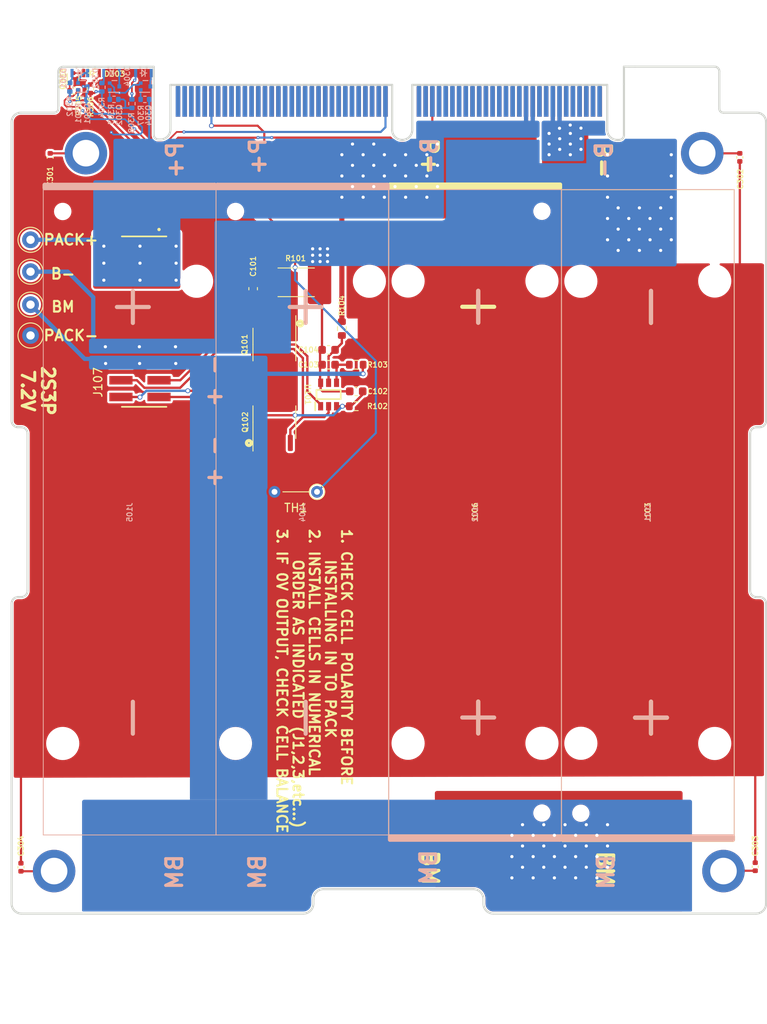
<source format=kicad_pcb>
(kicad_pcb (version 20211014) (generator pcbnew)
  (layers (0 "F.Cu" signal) (31 "B.Cu" signal) (34 "B.Paste" user) (35 "F.Paste" user) (36 "B.SilkS" user "B.Silkscreen") (37 "F.SilkS" user "F.Silkscreen") (38 "B.Mask" user) (39 "F.Mask" user) (44 "Edge.Cuts" user))
  (net 0 "")
  (net 1 "/VDD")
  (net 2 "B-")
  (net 3 "Net-(C101-Pad1)")
  (net 4 "PACK-")
  (net 5 "BM")
  (net 6 "PACK+")
  (net 7 "/V-")
  (net 8 "Net-(C103-Pad2)")
  (net 9 "Net-(D301-Pad1)")
  (net 10 "Net-(D301-Pad2)")
  (net 11 "Net-(D302-Pad1)")
  (net 12 "/SLI-Card/CHS")
  (net 13 "Net-(D302-Pad2)")
  (net 14 "Net-(D303-Pad1)")
  (net 15 "Net-(D303-Pad2)")
  (net 16 "Net-(D304-Pad1)")
  (net 17 "Net-(D304-Pad2)")
  (net 18 "/DOUT")
  (net 19 "/COUT")
  (net 20 "/Q1D_Q2S")
  (net 21 "/SLI-Card/SEP4")
  (net 22 "/SLI-Card/-X_SOLAR_PWR")
  (net 23 "/SLI-Card/-X_SOLAR_RTN")
  (net 24 "/SLI-Card/-X_SOLAR_TLE")
  (net 25 "/SLI-Card/H2-52")
  (net 26 "/SLI-Card/H1-52")
  (net 27 "BAT_THERM")
  (net 28 "/SLI-Card/GND")
  (net 29 "/SLI-Card/USER_1")
  (net 30 "/SLI-Card/H2-44")
  (net 31 "/SLI-Card/H1-44")
  (net 32 "/SLI-Card/H2-42")
  (net 33 "/SLI-Card/H1-42")
  (net 34 "/SLI-Card/H2-40")
  (net 35 "/SLI-Card/H1-40")
  (net 36 "/SLI-Card/H2-38")
  (net 37 "/SLI-Card/H1-38")
  (net 38 "/SLI-Card/H2-36")
  (net 39 "/SLI-Card/H1-36")
  (net 40 "/SLI-Card/H2-34")
  (net 41 "/SLI-Card/H1-34")
  (net 42 "/SLI-Card/5V_USB")
  (net 43 "/SLI-Card/SEP3")
  (net 44 "/SLI-Card/+Y_SOLAR_PWR")
  (net 45 "/SLI-Card/+Y_SOLAR_RTN")
  (net 46 "/SLI-Card/+Y_SOLAR_TLE")
  (net 47 "/SLI-Card/H2-51")
  (net 48 "/SLI-Card/H1-51")
  (net 49 "/SLI-Card/SELF_TEST")
  (net 50 "/SLI-Card/H2-43")
  (net 51 "/SLI-Card/H1-43")
  (net 52 "/SLI-Card/H2-41")
  (net 53 "/SLI-Card/H1-41")
  (net 54 "/SLI-Card/H2-39")
  (net 55 "/SLI-Card/H1-39")
  (net 56 "/SLI-Card/H2-37")
  (net 57 "/SLI-Card/H1-37")
  (net 58 "/SLI-Card/H2-35")
  (net 59 "/SLI-Card/H1-35")
  (net 60 "/SLI-Card/H2-33")
  (net 61 "/SLI-Card/H1-33")
  (net 62 "/SLI-Card/AGND")
  (net 63 "/SLI-Card/H1-31")
  (net 64 "/SLI-Card/H2-28")
  (net 65 "/SLI-Card/H1-28")
  (net 66 "/SLI-Card/H2-26")
  (net 67 "/SLI-Card/H1-26")
  (net 68 "/SLI-Card/H2-24")
  (net 69 "/SLI-Card/H1-24")
  (net 70 "/SLI-Card/H2-22")
  (net 71 "/SLI-Card/H1-22")
  (net 72 "/SLI-Card/H2-20")
  (net 73 "/SLI-Card/H1-20")
  (net 74 "/SLI-Card/H2-18")
  (net 75 "/SLI-Card/H1-18")
  (net 76 "/SLI-Card/H2-16")
  (net 77 "/SLI-Card/H1-16")
  (net 78 "/SLI-Card/H2-14")
  (net 79 "/SLI-Card/H1-14")
  (net 80 "/SLI-Card/H2-12")
  (net 81 "/SLI-Card/H1-12")
  (net 82 "/SLI-Card/H2-10")
  (net 83 "/SLI-Card/H1-10")
  (net 84 "/SLI-Card/H2-8")
  (net 85 "/SLI-Card/H1-8")
  (net 86 "/SLI-Card/H2-6")
  (net 87 "/SLI-Card/H1-6")
  (net 88 "/SLI-Card/H2-4")
  (net 89 "/SLI-Card/H1-4")
  (net 90 "/SLI-Card/H2-2")
  (net 91 "/SLI-Card/+X_SOLAR_PWR")
  (net 92 "/SLI-Card/+X_SOLAR_RTN")
  (net 93 "/SLI-Card/+X_SOLAR_TLE")
  (net 94 "/SLI-Card/H1-27")
  (net 95 "/SLI-Card/H2-25")
  (net 96 "/SLI-Card/H1-25")
  (net 97 "/SLI-Card/H2-23")
  (net 98 "/SLI-Card/H1-23")
  (net 99 "/SLI-Card/H2-21")
  (net 100 "/SLI-Card/H1-21")
  (net 101 "/SLI-Card/H2-19")
  (net 102 "/SLI-Card/H1-19")
  (net 103 "/SLI-Card/H2-17")
  (net 104 "/SLI-Card/H1-17")
  (net 105 "/SLI-Card/H2-15")
  (net 106 "/SLI-Card/RBF")
  (net 107 "/SLI-Card/H2-13")
  (net 108 "/SLI-Card/H1-13")
  (net 109 "/SLI-Card/H2-11")
  (net 110 "/SLI-Card/H1-11")
  (net 111 "/SLI-Card/H2-9")
  (net 112 "/SLI-Card/H1-9")
  (net 113 "/SLI-Card/H2-7")
  (net 114 "/SLI-Card/H1-7")
  (net 115 "/SLI-Card/H2-5")
  (net 116 "/SLI-Card/H1-5")
  (net 117 "/SLI-Card/H2-3")
  (net 118 "/SLI-Card/H1-3")
  (net 119 "/SLI-Card/-Z_SOLAR_PWR")
  (net 120 "/SLI-Card/-Z_SOLAR_RTN")
  (net 121 "/SLI-Card/-Z_SOLAR_TLE")
  (net 122 "/SLI-Card/BUS_RESET")
  (net 123 "/SLI-Card/H1-30")
  (net 124 "/SLI-Card/SEP1")
  (net 125 "/SLI-Card/SEP2")
  (net 126 "Net-(Q301-Pad1)")
  (net 127 "Net-(Q302-Pad1)")
  (net 128 "Net-(Q303-Pad1)")
  (net 129 "Net-(Q304-Pad1)")
  (net 130 "/SLI-Card/H1-1")
  (net 131 "/SLI-Card/3.3V_SYS")
  (net 132 "/SLI-Card/H1-2")
  (footprint "batteryboard-v01b_SLI_card:KEYSTONE-1042_ALT_J5" (layer "F.Cu") (at 129.2733 96.0501 -90)
    (fp_text reference "J103")
    (fp_text value "KEYSTONE-1042" hide)
  )
  (footprint "custom-footprints:SOT95P280X130-6N" (layer "F.Cu") (at 91.1225 81.9785 90)
    (fp_text reference "U101")
    (fp_text value "R5460N233AF" hide)
  )
  (footprint "batteryboard-v01b_SLI_card:KEYSTONE-1042" (layer "F.Cu") (at 108.6231 96.0247 90)
    (fp_text reference "J106")
    (fp_text value "KEYSTONE-1042" hide)
  )
  (footprint "Capacitor_SMD:C_0603_1608Metric" (layer "F.Cu") (at 91.1225 76.6445)
    (fp_text reference "C104")
    (fp_text value "0.1uF")
  )
  (footprint "Capacitor_SMD:C_0603_1608Metric" (layer "F.Cu") (at 91.1225 78.4225)
    (fp_text reference "C103")
    (fp_text value "0.1uF")
  )
  (footprint "Capacitor_SMD:C_0603_1608Metric" (layer "F.Cu") (at 94.4245 81.5975)
    (fp_text reference "C102")
    (fp_text value "0.1uF")
  )
  (footprint "Capacitor_SMD:C_0603_1608Metric" (layer "F.Cu") (at 82.1055 69.342 -90)
    (fp_text reference "C101")
    (fp_text value "0.1uF")
  )
  (footprint "Resistor_SMD:R_0603_1608Metric" (layer "F.Cu") (at 92.71 74.1045 -90)
    (fp_text reference "R104")
    (fp_text value "330")
  )
  (footprint "Resistor_SMD:R_0603_1608Metric" (layer "F.Cu") (at 94.4245 78.4225 180)
    (fp_text reference "R103")
    (fp_text value "330")
  )
  (footprint "Package_SO:SOIC-8_3.9x4.9mm_P1.27mm" (layer "F.Cu") (at 84.6455 85.2805 90)
    (fp_text reference "Q102")
    (fp_text value "IRF7458")
  )
  (footprint "Package_SO:SOIC-8_3.9x4.9mm_P1.27mm" (layer "F.Cu") (at 84.6455 76.0095 -90)
    (fp_text reference "Q101")
    (fp_text value "IRF7458")
  )
  (footprint "Resistor_SMD:R_0603_1608Metric" (layer "F.Cu") (at 94.4245 83.3755)
    (fp_text reference "R102")
    (fp_text value "1K")
  )
  (footprint "Resistor_SMD:R_2512_6332Metric" (layer "F.Cu") (at 87.249 68.58 180)
    (fp_text reference "R101")
    (fp_text value "0.01")
  )
  (footprint "TestPoint:TestPoint_Loop_D1.80mm_Drill1.0mm_Beaded" (layer "F.Cu") (at 55.499 67.31 90)
    (fp_text reference "TP101" hide)
    (fp_text value "TestPoint")
  )
  (footprint "TestPoint:TestPoint_Loop_D1.80mm_Drill1.0mm_Beaded" (layer "F.Cu") (at 55.499 71.247 90)
    (fp_text reference "TP102" hide)
    (fp_text value "TestPoint")
  )
  (footprint "TestPoint:TestPoint_Loop_D1.80mm_Drill1.0mm_Beaded" (layer "F.Cu") (at 55.499 74.93 90)
    (fp_text reference "TP103" hide)
    (fp_text value "TestPoint")
  )
  (footprint "TestPoint:TestPoint_Loop_D1.80mm_Drill1.0mm_Beaded" (layer "F.Cu") (at 55.499 63.5 90)
    (fp_text reference "TP104" hide)
    (fp_text value "TestPoint")
  )
  (footprint "Capacitor_SMD:C_0402_1005Metric" (layer "F.Cu") (at 57.8485 53.6575 90)
    (fp_text reference "C301")
    (fp_text value "0.1uF")
  )
  (footprint "Capacitor_SMD:C_0402_1005Metric" (layer "F.Cu") (at 140.2715 53.6575 90)
    (fp_text reference "C302")
    (fp_text value "0.1uF")
  )
  (footprint "Capacitor_SMD:C_0402_1005Metric" (layer "F.Cu") (at 142.113 138.3665 -90)
    (fp_text reference "C303")
    (fp_text value "0.1uF")
  )
  (footprint "Capacitor_SMD:C_0402_1005Metric" (layer "F.Cu") (at 54.356 138.43 -90)
    (fp_text reference "C304")
    (fp_text value "0.1uF")
  )
  (footprint "SLI-Blank-Card:APA2107x" (layer "F.Cu") (at 62.792178 43.59148 -90)
    (fp_text reference "D303")
    (fp_text value "GREEN")
  )
  (footprint "SLI-Blank-Card:125mil_hole" (layer "F.Cu") (at 62.1184 53.1572 90)
    (fp_text reference "MH301" hide)
    (fp_text value "MountingHole_Pad")
  )
  (footprint "SLI-Blank-Card:125mil_hole" (layer "F.Cu") (at 135.7784 53.1572 90)
    (fp_text reference "MH302" hide)
    (fp_text value "SLI-Backplane-Blank-Card-KiCad:125mil_hole")
  )
  (footprint "SLI-Blank-Card:125mil_hole" (layer "F.Cu") (at 138.3184 138.8872 90)
    (fp_text reference "MH303" hide)
    (fp_text value "SLI-Backplane-Blank-Card-KiCad:125mil_hole")
  )
  (footprint "SLI-Blank-Card:125mil_hole" (layer "F.Cu") (at 58.3184 138.8872 90)
    (fp_text reference "MH304" hide)
    (fp_text value "SLI-Backplane-Blank-Card-KiCad:125mil_hole")
  )
  (footprint "SLI-Blank-Card:HSEC8-160-CARD-EDGE" (layer "F.Cu") (at 98.72222 45.004353)
    (fp_text reference "P201" hide)
    (fp_text value "Conn_02x60_Top_Bottom")
  )
  (footprint "Package_TO_SOT_SMD:SOT-723" (layer "F.Cu") (at 60.579 44.1706 90)
    (fp_text reference "Q303")
    (fp_text value "BC847BM3T5G")
  )
  (footprint "Resistor_SMD:R_0402_1005Metric" (layer "F.Cu") (at 62.6618 45.466 90)
    (fp_text reference "R306")
    (fp_text value "1.5k")
  )
  (footprint "Resistor_SMD:R_0402_1005Metric" (layer "F.Cu") (at 60.6806 45.6946)
    (fp_text reference "R305")
    (fp_text value "1.5k")
  )
  (footprint "batteryboard:SAMTEC_S2M-110-02-X-D" (layer "F.Cu") (at 68.58 73.273 90)
    (fp_text reference "J107")
    (fp_text value "Conn_02x10_Top_Bottom")
  )
  (footprint "Resistor_THT:R_Axial_DIN0204_L3.6mm_D1.6mm_P5.08mm_Vertical" (layer "F.Cu") (at 89.739 93.599 180)
    (fp_text reference "TH1")
    (fp_text value "Thermistor")
  )
  (footprint "batteryboard-v01b_SLI_card:KEYSTONE-1042" (layer "B.Cu") (at 87.9983 96.0501 90)
    (fp_text reference "J104")
    (fp_text value "KEYSTONE-1042" hide)
  )
  (footprint "batteryboard-v01b_SLI_card:KEYSTONE-1042_ALT_J1" (layer "B.Cu") (at 129.2733 96.0247 -90)
    (fp_text reference "J101")
    (fp_text value "KEYSTONE-1042" hide)
  )
  (footprint "batteryboard-v01b_SLI_card:KEYSTONE-1042" (layer "B.Cu") (at 108.6231 96.0247 -90)
    (fp_text reference "J102")
    (fp_text value "KEYSTONE-1042" hide)
  )
  (footprint "batteryboard-v01b_SLI_card:KEYSTONE-1042_alt_J4" (layer "B.Cu") (at 67.3481 96.0501 90)
    (fp_text reference "J105")
    (fp_text value "KEYSTONE-1042" hide)
  )
  (footprint "SLI-Blank-Card:APA2107x" (layer "B.Cu") (at 61.392181 43.59148 -90)
    (fp_text reference "D301")
    (fp_text value "RED")
  )
  (footprint "SLI-Blank-Card:APA2107x" (layer "B.Cu") (at 65.192173 43.59148 -90)
    (fp_text reference "D302")
    (fp_text value "YELLOW")
  )
  (footprint "SLI-Blank-Card:APA2107x" (layer "B.Cu") (at 68.992191 43.59148 -90)
    (fp_text reference "D304")
    (fp_text value "ORANGE")
  )
  (footprint "Package_TO_SOT_SMD:SOT-723" (layer "B.Cu") (at 61.7474 45.1866)
    (fp_text reference "Q301")
    (fp_text value "MMBT4403M3T5G")
  )
  (footprint "Package_TO_SOT_SMD:SOT-723" (layer "B.Cu") (at 65.532 45.1866)
    (fp_text reference "Q302")
    (fp_text value "BC847BM3T5G")
  )
  (footprint "Package_TO_SOT_SMD:SOT-723" (layer "B.Cu") (at 69.2404 45.1866)
    (fp_text reference "Q304")
    (fp_text value "BC847BM3T5G")
  )
  (footprint "Resistor_SMD:R_0402_1005Metric" (layer "B.Cu") (at 60.198 45.2882 90)
    (fp_text reference "R302")
    (fp_text value "1.5k")
  )
  (footprint "Resistor_SMD:R_0402_1005Metric" (layer "B.Cu") (at 64.0334 45.2882 90)
    (fp_text reference "R304")
    (fp_text value "1.5k")
  )
  (footprint "Resistor_SMD:R_0402_1005Metric" (layer "B.Cu") (at 67.6148 47.244 90)
    (fp_text reference "R308")
    (fp_text value "1.5k")
  )
  (footprint "Resistor_SMD:R_0402_1005Metric" (layer "B.Cu") (at 61.6712 46.736)
    (fp_text reference "R301")
    (fp_text value "1.5k")
  )
  (footprint "Resistor_SMD:R_0402_1005Metric" (layer "B.Cu") (at 65.4812 46.736)
    (fp_text reference "R303")
    (fp_text value "1.5k")
  )
  (footprint "Resistor_SMD:R_0402_1005Metric" (layer "B.Cu") (at 69.1642 46.736)
    (fp_text reference "R307")
    (fp_text value "1.5k")
  )
  (gr_circle (center 87.7189 73.4949) (end 87.7443 73.4187) (layer "F.SilkS") (width 0.4) (fill none))
  (gr_circle (center 81.5975 87.7697) (end 81.6229 87.6935) (layer "F.SilkS") (width 0.4) (fill none))
  (gr_line (start 109.626402 142.773398) (end 109.626402 142.239998) (layer "Edge.Cuts") (width 0.254))
  (gr_arc (start 110.820202 143.967198) (mid 109.976058 143.617542) (end 109.626402 142.773398) (layer "Edge.Cuts") (width 0.254))
  (gr_line (start 64.742214 42.841363) (end 69.442149 42.841363) (layer "Edge.Cuts") (width 0.254))
  (gr_line (start 141.503402 105.409998) (end 141.503402 86.639398) (layer "Edge.Cuts") (width 0.254))
  (gr_arc (start 101.12221 50.37937) (mid 99.922212 51.579361) (end 98.72223 50.379354) (layer "Edge.Cuts") (width 0.254))
  (gr_arc (start 125.622219 51.579361) (mid 124.7737 51.227891) (end 124.422232 50.379371) (layer "Edge.Cuts") (width 0.254))
  (gr_arc (start 72.22222 50.329342) (mid 71.870751 51.177862) (end 71.022232 51.529331) (layer "Edge.Cuts") (width 0.254))
  (gr_arc (start 142.305524 48.3247) (mid 143.085375 48.647724) (end 143.408402 49.427575) (layer "Edge.Cuts") (width 0.254))
  (gr_line (start 126.422213 51.004361) (end 126.422213 44.904363) (layer "Edge.Cuts") (width 0.254))
  (gr_line (start 101.12221 50.379354) (end 101.12221 45.004363) (layer "Edge.Cuts") (width 0.254))
  (gr_line (start 98.72223 50.379354) (end 98.72223 45.004363) (layer "Edge.Cuts") (width 0.254))
  (gr_line (start 101.12222 45.004353) (end 124.422222 45.004353) (layer "Edge.Cuts") (width 0.254))
  (gr_line (start 70.222239 50.954331) (end 70.222239 44.854333) (layer "Edge.Cuts") (width 0.254))
  (gr_line (start 124.422232 50.379354) (end 124.422232 45.004363) (layer "Edge.Cuts") (width 0.254))
  (gr_arc (start 53.238402 49.425142) (mid 53.560715 48.64701) (end 54.338847 48.324697) (layer "Edge.Cuts") (width 0.254))
  (gr_line (start 125.62222 51.579361) (end 125.847213 51.579361) (layer "Edge.Cuts") (width 0.254))
  (gr_arc (start 58.822003 47.841541) (mid 58.68049 48.183184) (end 58.338847 48.324697) (layer "Edge.Cuts") (width 0.254))
  (gr_line (start 72.22222 50.329323) (end 72.22222 45.004353) (layer "Edge.Cuts") (width 0.254))
  (gr_arc (start 142.265402 106.171998) (mid 141.726587 105.948813) (end 141.503402 105.409998) (layer "Edge.Cuts") (width 0.254))
  (gr_line (start 70.797239 51.529331) (end 71.022232 51.529331) (layer "Edge.Cuts") (width 0.254))
  (gr_line (start 72.22222 45.00435) (end 98.72222 45.004353) (layer "Edge.Cuts") (width 0.254))
  (gr_line (start 127.04006 42.822678) (end 127.74679 42.822678) (layer "Edge.Cuts") (width 0.254))
  (gr_arc (start 126.422213 51.004364) (mid 126.253799 51.41095) (end 125.847213 51.579364) (layer "Edge.Cuts") (width 0.254))
  (gr_arc (start 54.000402 85.877398) (mid 53.461587 85.654213) (end 53.238402 85.115398) (layer "Edge.Cuts") (width 0.254))
  (gr_arc (start 58.822186 43.41637) (mid 58.990603 43.009775) (end 59.397198 42.841358) (layer "Edge.Cuts") (width 0.254))
  (gr_arc (start 143.408402 85.115398) (mid 143.185217 85.654213) (end 142.646402 85.877398) (layer "Edge.Cuts") (width 0.254))
  (gr_line (start 137.822185 47.841355) (end 137.822185 43.391372) (layer "Edge.Cuts") (width 0.254))
  (gr_arc (start 55.143402 105.409998) (mid 54.920217 105.948813) (end 54.381402 106.171998) (layer "Edge.Cuts") (width 0.254))
  (gr_arc (start 89.306402 142.239998) (mid 89.656058 141.395854) (end 90.500202 141.046198) (layer "Edge.Cuts") (width 0.254))
  (gr_line (start 53.238402 85.115398) (end 53.238402 49.425142) (layer "Edge.Cuts") (width 0.254))
  (gr_arc (start 142.646402 106.171998) (mid 143.185217 106.395183) (end 143.408402 106.933998) (layer "Edge.Cuts") (width 0.254))
  (gr_arc (start 54.381402 85.877398) (mid 54.920217 86.100583) (end 55.143402 86.639398) (layer "Edge.Cuts") (width 0.254))
  (gr_arc (start 138.305527 48.324697) (mid 137.963753 48.183129) (end 137.822185 47.841355) (layer "Edge.Cuts") (width 0.254))
  (gr_arc (start 137.253494 42.822681) (mid 137.655619 42.989247) (end 137.822185 43.391372) (layer "Edge.Cuts") (width 0.254))
  (gr_line (start 89.306402 142.773398) (end 89.306402 142.239998) (layer "Edge.Cuts") (width 0.254))
  (gr_line (start 54.338847 48.324697) (end 58.338847 48.324697) (layer "Edge.Cuts") (width 0.254))
  (gr_arc (start 70.797239 51.529333) (mid 70.390653 51.360919) (end 70.222239 50.954333) (layer "Edge.Cuts") (width 0.254))
  (gr_line (start 143.408402 85.115398) (end 143.408402 49.427575) (layer "Edge.Cuts") (width 0.254))
  (gr_arc (start 53.238402 106.933998) (mid 53.461587 106.395183) (end 54.000402 106.171998) (layer "Edge.Cuts") (width 0.254))
  (gr_line (start 138.305527 48.324697) (end 142.305524 48.324697) (layer "Edge.Cuts") (width 0.254))
  (gr_line (start 58.822003 47.841541) (end 58.822186 43.41637) (layer "Edge.Cuts") (width 0.254))
  (gr_line (start 142.265402 106.171998) (end 142.646402 106.171998) (layer "Edge.Cuts") (width 0.254))
  (gr_arc (start 143.408402 142.773398) (mid 143.058746 143.617542) (end 142.214602 143.967198) (layer "Edge.Cuts") (width 0.254))
  (gr_arc (start 108.432602 141.046198) (mid 109.276746 141.395854) (end 109.626402 142.239998) (layer "Edge.Cuts") (width 0.254))
  (gr_arc (start 89.306402 142.773398) (mid 88.956746 143.617542) (end 88.112602 143.967198) (layer "Edge.Cuts") (width 0.254))
  (gr_line (start 142.265402 85.877398) (end 142.646402 85.877398) (layer "Edge.Cuts") (width 0.254))
  (gr_line (start 90.500202 141.046198) (end 108.432602 141.046198) (layer "Edge.Cuts") (width 0.254))
  (gr_line (start 70.222203 44.854351) (end 70.222203 42.84137) (layer "Edge.Cuts") (width 0.254))
  (gr_line (start 126.422177 44.904381) (end 126.422177 42.822681) (layer "Edge.Cuts") (width 0.254))
  (gr_line (start 126.422177 42.822681) (end 127.040068 42.822681) (layer "Edge.Cuts") (width 0.254))
  (gr_arc (start 141.503402 86.639398) (mid 141.726587 86.100583) (end 142.265402 85.877398) (layer "Edge.Cuts") (width 0.254))
  (gr_line (start 59.397198 42.841358) (end 64.742207 42.841358) (layer "Edge.Cuts") (width 0.254))
  (gr_line (start 127.74679 42.822678) (end 137.253494 42.822681) (layer "Edge.Cuts") (width 0.254))
  (gr_line (start 53.238393 142.697198) (end 53.238402 106.933998) (layer "Edge.Cuts") (width 0.254))
  (gr_line (start 69.442154 42.84137) (end 70.222203 42.84137) (layer "Edge.Cuts") (width 0.254))
  (gr_arc (start 54.356002 143.967198) (mid 53.534175 143.563661) (end 53.238402 142.697198) (layer "Edge.Cuts") (width 0.254))
  (gr_line (start 110.820202 143.967198) (end 142.214602 143.967198) (layer "Edge.Cuts") (width 0.254))
  (gr_line (start 143.408402 142.773398) (end 143.408402 106.933998) (layer "Edge.Cuts") (width 0.254))
  (gr_line (start 54.000402 106.171998) (end 54.381402 106.171998) (layer "Edge.Cuts") (width 0.254))
  (gr_line (start 54.356002 143.967195) (end 88.112602 143.967198) (layer "Edge.Cuts") (width 0.254))
  (gr_line (start 55.143402 105.409998) (end 55.143402 86.639398) (layer "Edge.Cuts") (width 0.254))
  (gr_line (start 54.0004 85.8774) (end 54.3814 85.8774) (layer "Edge.Cuts") (width 0.254))
  (gr_text "HILLIS\nKORNOWSKI\n" (at 77.4 140.8) (layer "F.Cu") (effects (font (size 1.5 1.5) (thickness 0.3))))
  (gr_text "BM" (at 103.0605 138.43 90) (layer "B.SilkS") (effects (font (size 1.905 1.905) (thickness 0.381)) (justify mirror)))
  (gr_text "BM" (at 82.6135 139.0015 90) (layer "B.SilkS") (effects (font (size 1.905 1.905) (thickness 0.381)) (justify mirror)))
  (gr_text "BM" (at 72.7075 139.0015 90) (layer "B.SilkS") (effects (font (size 1.905 1.905) (thickness 0.381)) (justify mirror)))
  (gr_text "BM" (at 124.2695 139.0015 90) (layer "B.SilkS") (effects (font (size 1.905 1.905) (thickness 0.381)) (justify mirror)))
  (gr_text "B-" (at 124.0155 53.975 90) (layer "B.SilkS") (effects (font (size 1.905 1.905) (thickness 0.381)) (justify mirror)))
  (gr_text "B-" (at 103.1875 53.467 90) (layer "B.SilkS") (effects (font (size 1.905 1.905) (thickness 0.381)) (justify mirror)))
  (gr_text "P+" (at 82.677 53.5305 90) (layer "B.SilkS") (effects (font (size 1.905 1.905) (thickness 0.381)) (justify mirror)))
  (gr_text "P+" (at 72.771 53.975 90) (layer "B.SilkS") (effects (font (size 1.905 1.905) (thickness 0.381)) (justify mirror)))
  (gr_text "- +" (at 77.4065 80.3275 90) (layer "B.SilkS") (effects (font (size 1.905 1.905) (thickness 0.381)) (justify mirror)))
  (gr_text "- +" (at 77.4065 89.9795 90) (layer "B.SilkS") (effects (font (size 1.905 1.905) (thickness 0.381)) (justify mirror)))
  (gr_text "BM" (at 124.1425 138.557 270) (layer "F.SilkS") (effects (font (size 1.905 1.905) (thickness 0.381))))
  (gr_text "B-" (at 123.8885 53.975 270) (layer "F.SilkS") (effects (font (size 1.905 1.905) (thickness 0.381))))
  (gr_text "P+" (at 103.1875 53.5305 270) (layer "F.SilkS") (effects (font (size 1.905 1.905) (thickness 0.381))))
  (gr_text "2S3P\n7.2V" (at 56.388 81.534 -90) (layer "F.SilkS") (effects (font (size 1.5 1.5) (thickness 0.355))))
  (gr_text "1. CHECK CELL POLARITY BEFORE \n    INSTALLING IN TO PACK\n2. INSTALL CELLS IN NUMERICAL \n    ORDER AS INDICATED (J1,2,3,etc...)\n3. IF 0V OUTPUT, CHECK CELL BALANCE" (at 89.408 97.9 270) (layer "F.SilkS") (effects (font (size 1.2 1.2) (thickness 0.254)) (justify left)))
  (gr_text "PACK-" (at 60.325 74.93) (layer "F.SilkS") (effects (font (size 1.27 1.27) (thickness 0.254))))
  (gr_text "BM" (at 103.251 138.4935 270) (layer "F.SilkS") (effects (font (size 1.905 1.905) (thickness 0.381))))
  (gr_text "BM" (at 59.3725 71.501) (layer "F.SilkS") (effects (font (size 1.27 1.27) (thickness 0.254))))
  (gr_text "B-" (at 59.3725 67.564) (layer "F.SilkS") (effects (font (size 1.27 1.27) (thickness 0.254))))
  (gr_text "PACK+" (at 60.325 63.5) (layer "F.SilkS") (effects (font (size 1.27 1.27) (thickness 0.254))))
  (segment (start 91.8845 76.6445) (end 91.91 76.6445) (width 0.2794) (layer "F.Cu") (net 1))
  (segment (start 92.71 74.892) (end 92.71 75.8445) (width 0.2794) (layer "F.Cu") (net 1))
  (segment (start 91.1225 77.4065) (end 91.8845 76.6445) (width 0.2794) (layer "F.Cu") (net 1))
  (segment (start 91.1225 80.5785) (end 91.1225 77.4065) (width 0.2794) (layer "F.Cu") (net 1))
  (segment (start 92.71 75.8445) (end 91.91 76.6445) (width 0.2794) (layer "F.Cu") (net 1))
  (segment (start 90.1065 80.5125) (end 90.1065 78.4225) (width 0.2794) (layer "F.Cu") (net 2))
  (segment (start 90.1065 76.873) (end 90.335 76.6445) (width 0.2794) (layer "F.Cu") (net 2))
  (segment (start 90.4121 81.5975) (end 90.1725 81.3579) (width 0.2794) (layer "F.Cu") (net 2))
  (segment (start 90.335 76.6445) (end 90.335 68.766) (width 0.2794) (layer "F.Cu") (net 2))
  (segment (start 66.305 76.273) (end 68.507 76.273) (width 0.6096) (layer "F.Cu") (net 2))
  (segment (start 93.637 81.5975) (end 90.4121 81.5975) (width 0.2794) (layer "F.Cu") (net 2))
  (segment (start 90.1725 81.3579) (end 90.1725 80.5785) (width 0.2794) (layer "F.Cu") (net 2))
  (segment (start 68.507 76.273) (end 70.855 76.273) (width 0.6096) (layer "F.Cu") (net 2))
  (segment (start 66.305 76.273) (end 64.443 76.273) (width 0.6096) (layer "F.Cu") (net 2))
  (segment (start 90.1725 80.5785) (end 90.1065 80.5125) (width 0.2794) (layer "F.Cu") (net 2))
  (segment (start 90.335 68.766) (end 90.149 68.58) (width 0.2794) (layer "F.Cu") (net 2))
  (segment (start 90.1065 78.4225) (end 90.1065 76.873) (width 0.2794) (layer "F.Cu") (net 2))
  (segment (start 70.855 76.273) (end 72.825 76.273) (width 0.6096) (layer "F.Cu") (net 2))
  (segment (start 90.335 78.4225) (end 90.1065 78.4225) (width 0.2794) (layer "F.Cu") (net 2))
  (via (at 90.1065 65.3415) (size 0.5842) (drill 0.381) (layers "F.Cu" "B.Cu") (net 2))
  (via (at 90.1065 64.5795) (size 0.5842) (drill 0.381) (layers "F.Cu" "B.Cu") (net 2))
  (via (at 90.1065 66.1035) (size 0.5842) (drill 0.381) (layers "F.Cu" "B.Cu") (net 2))
  (via (at 90.9955 65.3415) (size 0.5842) (drill 0.381) (layers "F.Cu" "B.Cu") (net 2))
  (via (at 90.9955 66.1035) (size 0.5842) (drill 0.381) (layers "F.Cu" "B.Cu") (net 2))
  (via (at 90.9955 64.5795) (size 0.5842) (drill 0.381) (layers "F.Cu" "B.Cu") (net 2))
  (via (at 124.46 58.42) (size 0.5842) (drill 0.381) (layers "F.Cu" "B.Cu") (net 2))
  (via (at 125.73 59.69) (size 0.5842) (drill 0.381) (layers "F.Cu" "B.Cu") (net 2))
  (via (at 130.81 62.23) (size 0.5842) (drill 0.381) (layers "F.Cu" "B.Cu") (net 2))
  (via (at 124.46 55.88) (size 0.5842) (drill 0.381) (layers "F.Cu" "B.Cu") (net 2))
  (via (at 132.08 53.34) (size 0.5842) (drill 0.381) (layers "F.Cu" "B.Cu") (net 2))
  (via (at 124.46 63.5) (size 0.5842) (drill 0.381) (layers "F.Cu" "B.Cu") (net 2))
  (via (at 127 60.96) (size 0.5842) (drill 0.381) (layers "F.Cu" "B.Cu") (net 2))
  (via (at 125.73 62.23) (size 0.5842) (drill 0.381) (layers "F.Cu" "B.Cu") (net 2))
  (via (at 72.825 76.273) (size 0.5842) (drill 0.381) (layers "F.Cu" "B.Cu") (net 2))
  (via (at 132.08 55.88) (size 0.5842) (drill 0.381) (layers "F.Cu" "B.Cu") (net 2))
  (via (at 132.08 60.96) (size 0.5842) (drill 0.381) (layers "F.Cu" "B.Cu") (net 2))
  (via (at 132.08 63.5) (size 0.5842) (drill 0.381) (layers "F.Cu" "B.Cu") (net 2))
  (via (at 128.27 62.23) (size 0.5842) (drill 0.381) (layers "F.Cu" "B.Cu") (net 2))
  (via (at 127 63.5) (size 0.5842) (drill 0.381) (layers "F.Cu" "B.Cu") (net 2))
  (via (at 129.54 63.5) (size 0.5842) (drill 0.381) (layers "F.Cu" "B.Cu") (net 2))
  (via (at 89.2175 66.1035) (size 0.5842) (drill 0.381) (layers "F.Cu" "B.Cu") (net 2))
  (via (at 68.507 76.273) (size 0.5842) (drill 0.381) (layers "F.Cu" "B.Cu") (net 2))
  (via (at 125.73 64.77) (size 0.5842) (drill 0.381) (layers "F.Cu" "B.Cu") (net 2))
  (via (at 124.46 53.34) (size 0.5842) (drill 0.381) (layers "F.Cu" "B.Cu") (net 2))
  (via (at 128.27 64.77) (size 0.5842) (drill 0.381) (layers "F.Cu" "B.Cu") (net 2))
  (via (at 89.2175 64.5795) (size 0.5842) (drill 0.381) (layers "F.Cu" "B.Cu") (net 2))
  (via (at 130.81 64.77) (size 0.5842) (drill 0.381) (layers "F.Cu" "B.Cu") (net 2))
  (via (at 124.46 60.96) (size 0.5842) (drill 0.381) (layers "F.Cu" "B.Cu") (net 2))
  (via (at 64.443 76.273) (size 0.5842) (drill 0.381) (layers "F.Cu" "B.Cu") (net 2))
  (via (at 132.08 58.42) (size 0.5842) (drill 0.381) (layers "F.Cu" "B.Cu") (net 2))
  (via (at 89.2175 65.3415) (size 0.5842) (drill 0.381) (layers "F.Cu" "B.Cu") (net 2))
  (via (at 130.81 59.69) (size 0.5842) (drill 0.381) (layers "F.Cu" "B.Cu") (net 2))
  (via (at 128.27 59.69) (size 0.5842) (drill 0.381) (layers "F.Cu" "B.Cu") (net 2))
  (via (at 129.54 60.96) (size 0.5842) (drill 0.381) (layers "F.Cu" "B.Cu") (net 2))
  (segment (start 55.499 67.31) (end 59.944 67.31) (width 0.508) (layer "B.Cu") (net 2))
  (segment (start 59.944 67.31) (end 61.214 68.58) (width 0.508) (layer "B.Cu") (net 2))
  (segment (start 62.992 70.358) (end 62.992 75.819) (width 0.508) (layer "B.Cu") (net 2))
  (segment (start 61.214 68.58) (end 62.992 70.358) (width 0.508) (layer "B.Cu") (net 2))
  (segment (start 82.1055 68.5545) (end 84.3235 68.5545) (width 0.6096) (layer "F.Cu") (net 3))
  (segment (start 61.3699 44.7456) (end 60.979 44.7456) (width 0.254) (layer "F.Cu") (net 4))
  (segment (start 61.8109 45.1866) (end 61.3699 44.7456) (width 0.254) (layer "F.Cu") (net 4))
  (segment (start 118.72222 47.404353) (end 118.72222 50.14222) (width 0.508) (layer "F.Cu") (net 4))
  (segment (start 54.356 137.95) (end 54.356 127.444) (width 0.27178) (layer "F.Cu") (net 4))
  (segment (start 117.92222 47.404353) (end 117.92222 50.35822) (width 0.508) (layer "F.Cu") (net 4))
  (segment (start 140.2715 54.1375) (end 140.2715 67.8715) (width 0.27178) (layer "F.Cu") (net 4))
  (segment (start 65.4939 48.4632) (end 65.4939 46.5836) (width 0.2032) (layer "F.Cu") (net 4))
  (segment (start 65.4939 46.5836) (end 66.1289 45.9486) (width 0.2032) (layer "F.Cu") (net 4))
  (segment (start 142.113 137.8865) (end 142.113 127.113) (width 0.27178) (layer "F.Cu") (net 4))
  (via (at 66.1289 45.9486) (size 0.381) (drill 0.1524) (layers "F.Cu" "B.Cu") (net 4))
  (via (at 65.4939 48.4632) (size 0.381) (drill 0.1524) (layers "F.Cu" "B.Cu") (net 4))
  (via (at 61.8109 45.1866) (size 0.381) (drill 0.1524) (layers "F.Cu" "B.Cu") (net 4))
  (via (at 120.015 53.34) (size 0.5842) (drill 0.381) (layers "F.Cu" "B.Cu") (net 4))
  (via (at 117.475 52.07) (size 0.5842) (drill 0.381) (layers "F.Cu" "B.Cu") (net 4))
  (via (at 120 49.8) (size 0.5842) (drill 0.381) (layers "F.Cu" "B.Cu") (net 4))
  (via (at 121.285 50.165) (size 0.5842) (drill 0.381) (layers "F.Cu" "B.Cu") (net 4))
  (via (at 117.475 53.34) (size 0.5842) (drill 0.381) (layers "F.Cu" "B.Cu") (net 4))
  (via (at 120.015 50.8) (size 0.5842) (drill 0.381) (layers "F.Cu" "B.Cu") (net 4))
  (via (at 121.285 51.435) (size 0.5842) (drill 0.381) (layers "F.Cu" "B.Cu") (net 4))
  (via (at 118.72222 50.18778) (size 0.5842) (drill 0.381) (layers "F.Cu" "B.Cu") (net 4))
  (via (at 121.285 52.705) (size 0.5842) (drill 0.381) (layers "F.Cu" "B.Cu") (net 4))
  (via (at 118.745 51.435) (size 0.5842) (drill 0.381) (layers "F.Cu" "B.Cu") (net 4))
  (via (at 65.151 50.673) (size 0.381) (drill 0.1524) (layers "F.Cu" "B.Cu") (net 4))
  (via (at 120.015 52.07) (size 0.5842) (drill 0.381) (layers "F.Cu" "B.Cu") (net 4))
  (via (at 117.475 50.8) (size 0.5842) (drill 0.381) (layers "F.Cu" "B.Cu") (net 4))
  (via (at 118.745 52.705) (size 0.5842) (drill 0.381) (layers "F.Cu" "B.Cu") (net 4))
  (segment (start 65.4939 45.7327) (end 65.7098 45.9486) (width 0.2032) (layer "B.Cu") (net 4))
  (segment (start 65.4939 45.3235) (end 65.4939 45.7327) (width 0.2032) (layer "B.Cu") (net 4))
  (segment (start 65.7098 45.9486) (end 66.1289 45.9486) (width 0.2032) (layer "B.Cu") (net 4))
  (segment (start 64.957 44.7866) (end 65.4939 45.3235) (width 0.2032) (layer "B.Cu") (net 4))
  (segment (start 68.834 50.038) (end 68.834 50.673) (width 0.2032) (layer "B.Cu") (net 4))
  (segment (start 63.1952 48.4632) (end 65.4939 48.4632) (width 0.254) (layer "B.Cu") (net 4))
  (segment (start 67.2592 48.4632) (end 68.834 50.038) (width 0.2032) (layer "B.Cu") (net 4))
  (segment (start 65.4939 48.4632) (end 67.2592 48.4632) (width 0.2032) (layer "B.Cu") (net 4))
  (segment (start 62.3224 45.1866) (end 61.8744 45.1866) (width 0.254) (layer "B.Cu") (net 4))
  (segment (start 68.456389 44.995611) (end 67.780389 44.995611) (width 0.2032) (layer "B.Cu") (net 4))
  (segment (start 67.780389 44.995611) (end 66.8274 45.9486) (width 0.2032) (layer "B.Cu") (net 4))
  (segment (start 117.92222 47.404353) (end 117.92222 49.85022) (width 0.508) (layer "B.Cu") (net 4))
  (segment (start 62.3224 45.8816) (end 62.1812 46.0228) (width 0.254) (layer "B.Cu") (net 4))
  (segment (start 68.834 50.673) (end 68.58 50.927) (width 0.2032) (layer "B.Cu") (net 4))
  (segment (start 118.72222 47.404353) (end 118.72222 50.18778) (width 0.508) (layer "B.Cu") (net 4))
  (segment (start 66.8274 45.9486) (end 66.1289 45.9486) (width 0.2032) (layer "B.Cu") (net 4))
  (segment (start 62.1812 46.0228) (end 62.1812 46.736) (width 0.254) (layer "B.Cu") (net 4))
  (segment (start 62.1812 47.4492) (end 63.1952 48.4632) (width 0.254) (layer "B.Cu") (net 4))
  (segment (start 62.3224 45.1866) (end 62.3224 45.8816) (width 0.254) (layer "B.Cu") (net 4))
  (segment (start 65.405 50.927) (end 65.151 50.673) (width 0.2032) (layer "B.Cu") (net 4))
  (segment (start 62.1812 46.736) (end 62.1812 47.4492) (width 0.254) (layer "B.Cu") (net 4))
  (segment (start 68.6654 44.7866) (end 68.456389 44.995611) (width 0.2032) (layer "B.Cu") (net 4))
  (segment (start 65.405 50.927) (end 68.58 50.927) (width 0.2032) (layer "B.Cu") (net 4))
  (segment (start 70.855 78.273) (end 72.857 78.273) (width 0.6096) (layer "F.Cu") (net 5))
  (segment (start 70.855 78.273) (end 68.539 78.273) (width 0.6096) (layer "F.Cu") (net 5))
  (segment (start 95.212 79.464002) (end 95.25 79.502002) (width 0.2794) (layer "F.Cu") (net 5))
  (segment (start 95.212 78.4225) (end 95.212 79.464002) (width 0.2794) (layer "F.Cu") (net 5))
  (segment (start 66.305 78.273) (end 64.475 78.273) (width 0.6096) (layer "F.Cu") (net 5))
  (segment (start 68.539 78.273) (end 66.305 78.273) (width 0.6096) (layer "F.Cu") (net 5))
  (via (at 115.57 139.7) (size 0.5842) (drill 0.381) (layers "F.Cu" "B.Cu") (net 5))
  (via (at 114.3 135.89) (size 0.5842) (drill 0.381) (layers "F.Cu" "B.Cu") (net 5))
  (via (at 119.38 133.35) (size 0.5842) (drill 0.381) (layers "F.Cu" "B.Cu") (net 5))
  (via (at 118.11 137.16) (size 0.5842) (drill 0.381) (layers "F.Cu" "B.Cu") (net 5))
  (via (at 116.84 133.35) (size 0.5842) (drill 0.381) (layers "F.Cu" "B.Cu") (net 5))
  (via (at 124.46 133.35) (size 0.5842) (drill 0.381) (layers "F.Cu" "B.Cu") (net 5))
  (via (at 72.857 78.273) (size 0.5842) (drill 0.381) (layers "F.Cu" "B.Cu") (net 5))
  (via (at 113.03 137.16) (size 0.5842) (drill 0.381) (layers "F.Cu" "B.Cu") (net 5))
  (via (at 123.19 139.7) (size 0.5842) (drill 0.381) (layers "F.Cu" "B.Cu") (net 5))
  (via (at 115.57 134.62) (size 0.5842) (drill 0.381) (layers "F.Cu" "B.Cu") (net 5))
  (via (at 121.92 133.35) (size 0.5842) (drill 0.381) (layers "F.Cu" "B.Cu") (net 5))
  (via (at 119.38 138.43) (size 0.5842) (drill 0.381) (layers "F.Cu" "B.Cu") (net 5))
  (via (at 114.3 133.35) (size 0.5842) (drill 0.381) (layers "F.Cu" "B.Cu") (net 5))
  (via (at 123.19 137.16) (size 0.5842) (drill 0.381) (layers "F.Cu" "B.Cu") (net 5))
  (via (at 124.46 138.43) (size 0.5842) (drill 0.381) (layers "F.Cu" "B.Cu") (net 5))
  (via (at 64.475 78.273) (size 0.5842) (drill 0.381) (layers "F.Cu" "B.Cu") (net 5))
  (via (at 95.25 79.502002) (size 0.5842) (drill 0.381) (layers "F.Cu" "B.Cu") (net 5))
  (via (at 121.92 138.43) (size 0.5842) (drill 0.381) (layers "F.Cu" "B.Cu") (net 5))
  (via (at 124.46 135.89) (size 0.5842) (drill 0.381) (layers "F.Cu" "B.Cu") (net 5))
  (via (at 119.38 135.89) (size 0.5842) (drill 0.381) (layers "F.Cu" "B.Cu") (net 5))
  (via (at 116.84 138.43) (size 0.5842) (drill 0.381) (layers "F.Cu" "B.Cu") (net 5))
  (via (at 120.65 139.7) (size 0.5842) (drill 0.381) (layers "F.Cu" "B.Cu") (net 5))
  (via (at 68.539 78.273) (size 0.5842) (drill 0.381) (layers "F.Cu" "B.Cu") (net 5))
  (via (at 113.03 139.7) (size 0.5842) (drill 0.381) (layers "F.Cu" "B.Cu") (net 5))
  (via (at 116.84 135.89) (size 0.5842) (drill 0.381) (layers "F.Cu" "B.Cu") (net 5))
  (via (at 120.65 137.16) (size 0.5842) (drill 0.381) (layers "F.Cu" "B.Cu") (net 5))
  (via (at 121.92 135.89) (size 0.5842) (drill 0.381) (layers "F.Cu" "B.Cu") (net 5))
  (via (at 115.57 137.16) (size 0.5842) (drill 0.381) (layers "F.Cu" "B.Cu") (net 5))
  (via (at 120.65 134.62) (size 0.5842) (drill 0.381) (layers "F.Cu" "B.Cu") (net 5))
  (via (at 118.11 139.7) (size 0.5842) (drill 0.381) (layers "F.Cu" "B.Cu") (net 5))
  (via (at 118.11 134.62) (size 0.5842) (drill 0.381) (layers "F.Cu" "B.Cu") (net 5))
  (via (at 113.03 134.62) (size 0.5842) (drill 0.381) (layers "F.Cu" "B.Cu") (net 5))
  (via (at 114.3 138.43) (size 0.5842) (drill 0.381) (layers "F.Cu" "B.Cu") (net 5))
  (via (at 123.19 134.62) (size 0.5842) (drill 0.381) (layers "F.Cu" "B.Cu") (net 5))
  (segment (start 55.499 71.247) (end 61.976 77.724) (width 0.508) (layer "B.Cu") (net 5))
  (segment (start 61.976 77.724) (end 63.119 77.724) (width 0.508) (layer "B.Cu") (net 5))
  (segment (start 95.25 79.502002) (end 83.439002 79.502002) (width 0.508) (layer "B.Cu") (net 5))
  (segment (start 92.71 73.317) (end 92.71 58.42) (width 0.6096) (layer "F.Cu") (net 6))
  (segment (start 115.52222 47.404353) (end 115.52222 50.37122) (width 0.508) (layer "F.Cu") (net 6))
  (segment (start 114.72222 47.404353) (end 114.72222 50.50478) (width 0.508) (layer "F.Cu") (net 6))
  (via (at 100.33 55.88) (size 0.5842) (drill 0.381) (layers "F.Cu" "B.Cu") (net 6))
  (via (at 95.25 53.34) (size 0.5842) (drill 0.381) (layers "F.Cu" "B.Cu") (net 6))
  (via (at 97.79 58.42) (size 0.5842) (drill 0.381) (layers "F.Cu" "B.Cu") (net 6))
  (via (at 96.52 54.61) (size 0.5842) (drill 0.381) (layers "F.Cu" "B.Cu") (net 6))
  (via (at 72.898 68.326) (size 0.5842) (drill 0.381) (layers "F.Cu" "B.Cu") (net 6))
  (via (at 96.52 57.15) (size 0.5842) (drill 0.381) (layers "F.Cu" "B.Cu") (net 6))
  (via (at 72.898 64.262) (size 0.5842) (drill 0.381) (layers "F.Cu" "B.Cu") (net 6))
  (via (at 64.262 66.294) (size 0.5842) (drill 0.381) (layers "F.Cu" "B.Cu") (net 6))
  (via (at 92.71 55.88) (size 0.5842) (drill 0.381) (layers "F.Cu" "B.Cu") (net 6))
  (via (at 92.71 53.34) (size 0.5842) (drill 0.381) (layers "F.Cu" "B.Cu") (net 6))
  (via (at 93.98 54.61) (size 0.5842) (drill 0.381) (layers "F.Cu" "B.Cu") (net 6))
  (via (at 100.33 58.42) (size 0.5842) (drill 0.381) (layers "F.Cu" "B.Cu") (net 6))
  (via (at 102.87 58.42) (size 0.5842) (drill 0.381) (layers "F.Cu" "B.Cu") (net 6))
  (via (at 72.898 66.294) (size 0.5842) (drill 0.381) (layers "F.Cu" "B.Cu") (net 6))
  (via (at 64.262 64.262) (size 0.5842) (drill 0.381) (layers "F.Cu" "B.Cu") (net 6))
  (via (at 96.52 52.07) (size 0.5842) (drill 0.381) (layers "F.Cu" "B.Cu") (net 6))
  (via (at 101.6 54.61) (size 0.5842) (drill 0.381) (layers "F.Cu" "B.Cu") (net 6))
  (via (at 99.06 54.61) (size 0.5842) (drill 0.381) (layers "F.Cu" "B.Cu") (net 6))
  (via (at 102.87 53.34) (size 0.5842) (drill 0.381) (layers "F.Cu" "B.Cu") (net 6))
  (via (at 95.25 58.42) (size 0.5842) (drill 0.381) (layers "F.Cu" "B.Cu") (net 6))
  (via (at 68.58 68.326) (size 0.5842) (drill 0.381) (layers "F.Cu" "B.Cu") (net 6))
  (via (at 104.14 57.15) (size 0.5842) (drill 0.381) (layers "F.Cu" "B.Cu") (net 6))
  (via (at 68.58 64.262) (size 0.5842) (drill 0.381) (layers "F.Cu" "B.Cu") (net 6))
  (via (at 68.58 66.294) (size 0.5842) (drill 0.381) (layers "F.Cu" "B.Cu") (net 6))
  (via (at 104.14 54.61) (size 0.5842) (drill 0.381) (layers "F.Cu" "B.Cu") (net 6))
  (via (at 93.98 57.15) (size 0.5842) (drill 0.381) (layers "F.Cu" "B.Cu") (net 6))
  (via (at 104.14 52.07) (size 0.5842) (drill 0.381) (layers "F.Cu" "B.Cu") (net 6))
  (via (at 100.33 53.34) (size 0.5842) (drill 0.381) (layers "F.Cu" "B.Cu") (net 6))
  (via (at 101.6 57.15) (size 0.5842) (drill 0.381) (layers "F.Cu" "B.Cu") (net 6))
  (via (at 99.06 57.15) (size 0.5842) (drill 0.381) (layers "F.Cu" "B.Cu") (net 6))
  (via (at 95.25 55.88) (size 0.5842) (drill 0.381) (layers "F.Cu" "B.Cu") (net 6))
  (via (at 93.98 52.07) (size 0.5842) (drill 0.381) (layers "F.Cu" "B.Cu") (net 6))
  (via (at 64.262 68.326) (size 0.5842) (drill 0.381) (layers "F.Cu" "B.Cu") (net 6))
  (via (at 92.71 58.42) (size 0.5842) (drill 0.381) (layers "F.Cu" "B.Cu") (net 6))
  (via (at 97.79 55.88) (size 0.5842) (drill 0.381) (layers "F.Cu" "B.Cu") (net 6))
  (via (at 102.87 55.88) (size 0.5842) (drill 0.381) (layers "F.Cu" "B.Cu") (net 6))
  (via (at 97.79 53.34) (size 0.5842) (drill 0.381) (layers "F.Cu" "B.Cu") (net 6))
  (segment (start 55.499 63.5) (end 63.881 63.5) (width 0.508) (layer "B.Cu") (net 6))
  (segment (start 115.52222 47.404353) (end 115.52222 50.49822) (width 0.508) (layer "B.Cu") (net 6))
  (segment (start 114.72222 47.404353) (end 114.72222 50.71422) (width 0.508) (layer "B.Cu") (net 6))
  (segment (start 69.6742 46.736) (end 69.6742 51.8648) (width 0.254) (layer "B.Cu") (net 6))
  (segment (start 93.7895 83.3755) (end 95.212 81.953) (width 0.2794) (layer "F.Cu") (net 7))
  (segment (start 81.661 84.455) (end 87.122 84.455) (width 0.2794) (layer "F.Cu") (net 7))
  (segment (start 92.7705 83.3785) (end 93.634 83.3785) (width 0.2794) (layer "F.Cu") (net 7))
  (segment (start 93.634 83.3785) (end 93.637 83.3755) (width 0.2794) (layer "F.Cu") (net 7))
  (segment (start 93.637 83.3755) (end 93.7895 83.3755) (width 0.2794) (layer "F.Cu") (net 7))
  (segment (start 70.855 82.273) (end 79.479 82.273) (width 0.2794) (layer "F.Cu") (net 7))
  (segment (start 79.479 82.273) (end 81.661 84.455) (width 0.2794) (layer "F.Cu") (net 7))
  (segment (start 95.212 81.953) (end 95.212 81.5975) (width 0.2794) (layer "F.Cu") (net 7))
  (segment (start 92.0725 83.3785) (end 92.7705 83.3785) (width 0.2794) (layer "F.Cu") (net 7))
  (via (at 87.122 84.455) (size 0.5842) (drill 0.381) (layers "F.Cu" "B.Cu") (net 7))
  (via (at 92.7705 83.3785) (size 0.5842) (drill 0.381) (layers "F.Cu" "B.Cu") (net 7))
  (segment (start 91.694 84.455) (end 87.122 84.455) (width 0.2794) (layer "B.Cu") (net 7))
  (segment (start 92.7705 83.3785) (end 91.694 84.455) (width 0.2794) (layer "B.Cu") (net 7))
  (segment (start 92.0725 80.5785) (end 92.0725 78.585) (width 0.2794) (layer "F.Cu") (net 8))
  (segment (start 92.0725 78.585) (end 91.91 78.4225) (width 0.2794) (layer "F.Cu") (net 8))
  (segment (start 91.91 78.4225) (end 93.637 78.4225) (width 0.2794) (layer "F.Cu") (net 8))
  (segment (start 61.1724 44.3326) (end 61.91352 43.59148) (width 0.254) (layer "B.Cu") (net 9))
  (segment (start 61.1724 44.7866) (end 61.1724 44.3326) (width 0.254) (layer "B.Cu") (net 9))
  (segment (start 61.91352 43.59148) (end 62.322181 43.59148) (width 0.254) (layer "B.Cu") (net 9))
  (segment (start 60.198 44.7782) (end 60.198 44.577) (width 0.2032) (layer "B.Cu") (net 10))
  (segment (start 60.198 44.577) (end 60.462181 44.312819) (width 0.2032) (layer "B.Cu") (net 10))
  (segment (start 60.462181 44.312819) (end 60.462181 43.59148) (width 0.2032) (layer "B.Cu") (net 10))
  (segment (start 66.107 45.1866) (end 66.107 43.606653) (width 0.2032) (layer "B.Cu") (net 11))
  (segment (start 66.107 43.606653) (end 66.122173 43.59148) (width 0.2032) (layer "B.Cu") (net 11))
  (segment (start 58.2956 138.91) (end 58.3184 138.8872) (width 0.254) (layer "F.Cu") (net 12))
  (segment (start 57.8485 53.1775) (end 62.0981 53.1775) (width 0.254) (layer "F.Cu") (net 12))
  (segment (start 140.2715 53.1775) (end 135.7987 53.1775) (width 0.254) (layer "F.Cu") (net 12))
  (segment (start 54.356 138.91) (end 58.2956 138.91) (width 0.254) (layer "F.Cu") (net 12))
  (segment (start 142.113 138.8465) (end 138.3591 138.8465) (width 0.254) (layer "F.Cu") (net 12))
  (segment (start 62.0981 53.1775) (end 62.1184 53.1572) (width 0.254) (layer "F.Cu") (net 12))
  (segment (start 138.3591 138.8465) (end 138.3184 138.8872) (width 0.254) (layer "F.Cu") (net 12))
  (segment (start 135.7987 53.1775) (end 135.7784 53.1572) (width 0.254) (layer "F.Cu") (net 12))
  (segment (start 64.262173 44.549427) (end 64.0334 44.7782) (width 0.2032) (layer "B.Cu") (net 13))
  (segment (start 64.262173 43.59148) (end 64.262173 44.549427) (width 0.2032) (layer "B.Cu") (net 13))
  (segment (start 60.579 43.5956) (end 61.858058 43.5956) (width 0.2032) (layer "F.Cu") (net 14))
  (segment (start 61.858058 43.5956) (end 61.862178 43.59148) (width 0.2032) (layer "F.Cu") (net 14))
  (segment (start 62.6618 44.956) (end 62.6618 44.9326) (width 0.2032) (layer "F.Cu") (net 15))
  (segment (start 62.6618 44.9326) (end 63.722178 43.872222) (width 0.2032) (layer "F.Cu") (net 15))
  (segment (start 63.722178 43.872222) (end 63.722178 43.59148) (width 0.2032) (layer "F.Cu") (net 15))
  (segment (start 69.8154 45.1866) (end 69.8154 44.450393) (width 0.2032) (layer "B.Cu") (net 16))
  (segment (start 69.891993 44.3738) (end 69.891993 43.59148) (width 0.2032) (layer "B.Cu") (net 16))
  (segment (start 69.8154 44.450393) (end 69.891993 44.3738) (width 0.2032) (layer "B.Cu") (net 16))
  (segment (start 67.6148 46.0502) (end 67.6148 44.7802) (width 0.2032) (layer "F.Cu") (net 17))
  (segment (start 67.6148 44.7802) (end 67.945 44.45) (width 0.2032) (layer "F.Cu") (net 17))
  (via (at 67.6148 46.0502) (size 0.381) (drill 0.1524) (layers "F.Cu" "B.Cu") (net 17))
  (via (at 67.945 44.45) (size 0.381) (drill 0.1524) (layers "F.Cu" "B.Cu") (net 17))
  (segment (start 67.6148 46.734) (end 67.6148 46.0502) (width 0.2032) (layer "B.Cu") (net 17))
  (segment (start 68.062191 44.332809) (end 67.945 44.45) (width 0.2032) (layer "B.Cu") (net 17))
  (segment (start 68.062191 43.59148) (end 68.062191 44.332809) (width 0.2032) (layer "B.Cu") (net 17))
  (segment (start 73.397 80.273) (end 70.855 80.273) (width 0.2794) (layer "F.Cu") (net 18))
  (segment (start 88.5825 77.4065) (end 88.5825 81.5975) (width 0.2794) (layer "F.Cu") (net 18))
  (segment (start 87.1855 76.0095) (end 88.5825 77.4065) (width 0.2794) (layer "F.Cu") (net 18))
  (segment (start 82.7405 76.0095) (end 87.1855 76.0095) (width 0.2794) (layer "F.Cu") (net 18))
  (segment (start 90.1725 83.1875) (end 90.1725 83.3785) (width 0.2794) (layer "F.Cu") (net 18))
  (segment (start 77.6605 76.0095) (end 82.7405 76.0095) (width 0.2794) (layer "F.Cu") (net 18))
  (segment (start 82.7405 73.5345) (end 82.7405 76.0095) (width 0.2794) (layer "F.Cu") (net 18))
  (segment (start 73.397 80.273) (end 77.6605 76.0095) (width 0.2794) (layer "F.Cu") (net 18))
  (segment (start 88.5825 81.5975) (end 90.1725 83.1875) (width 0.2794) (layer "F.Cu") (net 18))
  (segment (start 66.305 80.273) (end 68.208 80.273) (width 0.2794) (layer "F.Cu") (net 19))
  (segment (start 73.382789 81.176211) (end 78.01658 76.54242) (width 0.2794) (layer "F.Cu") (net 19))
  (segment (start 78.01658 76.54242) (end 86.964758 76.54242) (width 0.2794) (layer "F.Cu") (net 19))
  (segment (start 88.04958 84.67042) (end 90.60998 84.67042) (width 0.2794) (layer "F.Cu") (net 19))
  (segment (start 69.111211 81.176211) (end 73.382789 81.176211) (width 0.2794) (layer "F.Cu") (net 19))
  (segment (start 88.04958 77.627242) (end 88.04958 84.67042) (width 0.2794) (layer "F.Cu") (net 19))
  (segment (start 86.964758 76.54242) (end 88.04958 77.627242) (width 0.2794) (layer "F.Cu") (net 19))
  (segment (start 86.5505 86.1695) (end 86.5505 87.7555) (width 0.2794) (layer "F.Cu") (net 19))
  (segment (start 86.5505 86.1695) (end 88.04958 84.67042) (width 0.2794) (layer "F.Cu") (net 19))
  (segment (start 90.60998 84.67042) (end 91.1225 84.1579) (width 0.2794) (layer "F.Cu") (net 19))
  (segment (start 68.208 80.273) (end 69.111211 81.176211) (width 0.2794) (layer "F.Cu") (net 19))
  (segment (start 91.1225 83.3785) (end 91.1225 84.1579) (width 0.2794) (layer "F.Cu") (net 19))
  (segment (start 66.305 82.273) (end 68.557 82.273) (width 0.2794) (layer "F.Cu") (net 20))
  (segment (start 82.7405 82.8055) (end 81.469 81.534) (width 0.2794) (layer "F.Cu") (net 20))
  (segment (start 68.557 82.273) (end 68.58 82.296) (width 0.2794) (layer "F.Cu") (net 20))
  (segment (start 81.469 81.534) (end 74.295 81.534) (width 0.2794) (layer "F.Cu") (net 20))
  (via (at 68.58 82.296) (size 0.5842) (drill 0.381) (layers "F.Cu" "B.Cu") (net 20))
  (via (at 74.295 81.534) (size 0.5842) (drill 0.381) (layers "F.Cu" "B.Cu") (net 20))
  (segment (start 74.295 81.534) (end 69.342 81.534) (width 0.2794) (layer "B.Cu") (net 20))
  (segment (start 69.342 81.534) (end 68.58 82.296) (width 0.2794) (layer "B.Cu") (net 20))
  (segment (start 86.546 61.4) (end 87.122 61.976) (width 0.254) (layer "F.Cu") (net 27))
  (segment (start 83.439 50.673) (end 83.439 60.325) (width 0.254) (layer "F.Cu") (net 27))
  (segment (start 82.64378 49.87778) (end 83.439 50.673) (width 0.254) (layer "F.Cu") (net 27))
  (segment (start 84.514 61.4) (end 86.546 61.4) (width 0.254) (layer "F.Cu") (net 27))
  (segment (start 77.12222 49.87778) (end 82.64378 49.87778) (width 0.254) (layer "F.Cu") (net 27))
  (segment (start 83.439 60.325) (end 84.514 61.4) (width 0.254) (layer "F.Cu") (net 27))
  (segment (start 87.122 61.976) (end 87.122 66.802) (width 0.254) (layer "F.Cu") (net 27))
  (via (at 77.12222 49.87778) (size 0.5842) (drill 0.381) (layers "F.Cu" "B.Cu") (net 27))
  (via (at 87.122 66.802) (size 0.5842) (drill 0.381) (layers "F.Cu" "B.Cu") (net 27))
  (segment (start 87.122 68.326) (end 96.774 77.978) (width 0.254) (layer "B.Cu") (net 27))
  (segment (start 96.774 86.564) (end 96.774 77.978) (width 0.254) (layer "B.Cu") (net 27))
  (segment (start 77.12222 47.404353) (end 77.12222 49.87778) (width 0.254) (layer "B.Cu") (net 27))
  (segment (start 89.739 93.599) (end 96.774 86.564) (width 0.254) (layer "B.Cu") (net 27))
  (segment (start 87.122 68.326) (end 87.122 66.802) (width 0.254) (layer "B.Cu") (net 27))
  (segment (start 62.6618 45.976) (end 63.1337 45.976) (width 0.254) (layer "F.Cu") (net 42))
  (segment (start 63.1551 45.976) (end 63.3349 45.7962) (width 0.2032) (layer "F.Cu") (net 42))
  (segment (start 62.6618 45.976) (end 63.1551 45.976) (width 0.2032) (layer "F.Cu") (net 42))
  (segment (start 101.419274 51.939179) (end 103.52222 49.836233) (width 0.254) (layer "F.Cu") (net 42))
  (segment (start 82.677008 51.308) (end 82.690208 51.2948) (width 0.254) (layer "F.Cu") (net 42))
  (segment (start 60.198 46.99) (end 60.3504 46.8376) (width 0.254) (layer "F.Cu") (net 42))
  (segment (start 73.152 51.308) (end 82.677008 51.308) (width 0.254) (layer "F.Cu") (net 42))
  (segment (start 103.52222 49.836233) (end 103.52222 47.404353) (width 0.254) (layer "F.Cu") (net 42))
  (segment (start 62.6618 46.8376) (end 68.168465 52.344265) (width 0.254) (layer "F.Cu") (net 42))
  (segment (start 62.6618 46.8376) (end 62.6618 45.976) (width 0.254) (layer "F.Cu") (net 42))
  (segment (start 98.51219 51.2948) (end 99.156569 51.939179) (width 0.254) (layer "F.Cu") (net 42))
  (segment (start 60.3504 46.8376) (end 62.6618 46.8376) (width 0.254) (layer "F.Cu") (net 42))
  (segment (start 72.115734 52.344266) (end 73.152 51.308) (width 0.254) (layer "F.Cu") (net 42))
  (segment (start 99.156569 51.939179) (end 101.419274 51.939179) (width 0.254) (layer "F.Cu") (net 42))
  (segment (start 98.51219 51.2948) (end 84.328008 51.2948) (width 0.254) (layer "F.Cu") (net 42))
  (segment (start 84.328008 51.2948) (end 84.328 51.294792) (width 0.254) (layer "F.Cu") (net 42))
  (segment (start 68.168465 52.344265) (end 72.115734 52.344266) (width 0.254) (layer "F.Cu") (net 42))
  (via (at 60.198 46.99) (size 0.381) (drill 0.1524) (layers "F.Cu" "B.Cu") (net 42))
  (via (at 63.3349 45.7962) (size 0.381) (drill 0.1524) (layers "F.Cu" "B.Cu") (net 42))
  (via (at 82.690208 51.294792) (size 0.381) (drill 0.1524) (layers "F.Cu" "B.Cu") (net 42))
  (via (at 84.328 51.294792) (size 0.381) (drill 0.1524) (layers "F.Cu" "B.Cu") (net 42))
  (segment (start 67.6128 47.752) (end 67.6148 47.754) (width 0.2032) (layer "B.Cu") (net 42))
  (segment (start 63.3369 45.7982) (end 63.3349 45.7962) (width 0.2032) (layer "B.Cu") (net 42))
  (segment (start 64.0334 45.7982) (end 63.3369 45.7982) (width 0.2032) (layer "B.Cu") (net 42))
  (segment (start 66.8655 47.752) (end 67.6128 47.752) (width 0.2032) (layer "B.Cu") (net 42))
  (segment (start 66.6242 46.736) (end 66.8274 46.9392) (width 0.2032) (layer "B.Cu") (net 42))
  (segment (start 66.8274 46.9392) (end 66.8274 47.7139) (width 0.2032) (layer "B.Cu") (net 42))
  (segment (start 64.0334 47.2694) (end 64.0334 45.7982) (width 0.2032) (layer "B.Cu") (net 42))
  (segment (start 60.198 46.355) (end 60.198 46.99) (width 0.2032) (layer "B.Cu") (net 42))
  (segment (start 65.9912 46.736) (end 66.6242 46.736) (width 0.2032) (layer "B.Cu") (net 42))
  (segment (start 84.328 51.294792) (end 82.690208 51.294792) (width 0.254) (layer "B.Cu") (net 42))
  (segment (start 64.516 47.752) (end 64.0334 47.2694) (width 0.2032) (layer "B.Cu") (net 42))
  (segment (start 66.8274 47.7139) (end 66.8655 47.752) (width 0.2032) (layer "B.Cu") (net 42))
  (segment (start 60.198 46.5836) (end 60.198 46.355) (width 0.254) (layer "B.Cu") (net 42))
  (segment (start 60.198 45.7982) (end 60.198 46.99) (width 0.254) (layer "B.Cu") (net 42))
  (segment (start 60.198 46.355) (end 60.198 45.7982) (width 0.254) (layer "B.Cu") (net 42))
  (segment (start 66.8655 47.752) (end 64.516 47.752) (width 0.2032) (layer "B.Cu") (net 42))
  (segment (start 61.1724 46.7248) (end 61.1612 46.736) (width 0.2032) (layer "B.Cu") (net 126))
  (segment (start 61.1724 45.5866) (end 61.1724 46.7248) (width 0.2032) (layer "B.Cu") (net 126))
  (segment (start 64.957 46.7218) (end 64.9712 46.736) (width 0.2032) (layer "B.Cu") (net 127))
  (segment (start 64.957 45.5866) (end 64.957 46.7218) (width 0.2032) (layer "B.Cu") (net 127))
  (segment (start 60.179 45.6862) (end 60.1706 45.6946) (width 0.2032) (layer "F.Cu") (net 128))
  (segment (start 60.179 44.7456) (end 60.179 45.6862) (width 0.2032) (layer "F.Cu") (net 128))
  (segment (start 68.6542 46.736) (end 68.6542 45.5978) (width 0.2032) (layer "B.Cu") (net 129))
  (segment (start 68.6542 45.5978) (end 68.6654 45.5866) (width 0.2032) (layer "B.Cu") (net 129))
  (segment (start 71.734254 51.862146) (end 72.9742 50.6222) (width 0.2032) (layer "F.Cu") (net 131))
  (segment (start 67.945 50.2666) (end 69.540546 51.862146) (width 0.2032) (layer "F.Cu") (net 131))
  (segment (start 60.071 46.355) (end 59.563 46.863) (width 0.2032) (layer "F.Cu") (net 131))
  (segment (start 59.563 46.863) (end 59.563 47.371) (width 0.2032) (layer "F.Cu") (net 131))
  (segment (start 60.579 46.355) (end 60.071 46.355) (width 0.2032) (layer "F.Cu") (net 131))
  (segment (start 72.9742 50.6222) (end 73.8378 50.6222) (width 0.2032) (layer "F.Cu") (net 131))
  (segment (start 59.563 47.371) (end 59.817 47.625) (width 0.2032) (layer "F.Cu") (net 131))
  (segment (start 61.2648 47.625) (end 61.70799 48.06819) (width 0.2032) (layer "F.Cu") (net 131))
  (segment (start 69.540546 51.862146) (end 71.734254 51.862146) (width 0.2032) (layer "F.Cu") (net 131))
  (segment (start 59.817 47.625) (end 61.2648 47.625) (width 0.2032) (layer "F.Cu") (net 131))
  (segment (start 61.1906 45.7434) (end 60.579 46.355) (width 0.2032) (layer "F.Cu") (net 131))
  (via (at 67.945 50.2666) (size 0.381) (drill 0.1524) (layers "F.Cu" "B.Cu") (net 131))
  (via (at 73.8378 50.6222) (size 0.381) (drill 0.1524) (layers "F.Cu" "B.Cu") (net 131))
  (via (at 61.707979 48.068179) (size 0.381) (drill 0.1524) (layers "F.Cu" "B.Cu") (net 131))
  (segment (start 66.7766 49.0982) (end 67.945 50.2666) (width 0.2032) (layer "B.Cu") (net 131))
  (segment (start 62.738 49.0982) (end 66.7766 49.0982) (width 0.2032) (layer "B.Cu") (net 131))
  (segment (start 73.8378 50.6222) (end 97.3582 50.6222) (width 0.254) (layer "B.Cu") (net 131))
  (segment (start 97.92222 50.05818) (end 97.92222 47.404353) (width 0.254) (layer "B.Cu") (net 131))
  (segment (start 61.70799 48.06819) (end 62.738 49.0982) (width 0.2032) (layer "B.Cu") (net 131))
  (segment (start 97.3582 50.6222) (end 97.92222 50.05818) (width 0.254) (layer "B.Cu") (net 131))
  (zone (net 2) (net_name "B-") (layer "F.Cu") (priority 2) (connect_pads yes (clearance 0.254)) (min_thickness 0.254) (fill yes (thermal_gap 0.1524) (thermal_bridge_width 0.508) (smoothing fillet) (radius 0.25))
    (polygon (pts (xy 91.44 71.1835) (xy 88.646 71.1835) (xy 88.646 64.135) (xy 91.44 64.135)))
  )
  (zone (net 2) (net_name "B-") (layer "F.Cu") (priority 2) (connect_pads yes (clearance 0.254)) (min_thickness 0.254) (fill yes (thermal_gap 0.1524) (thermal_bridge_width 0.508) (smoothing fillet) (radius 0.25))
    (polygon (pts (xy 132.69881 65.536625) (xy 122.999197 65.532) (xy 122.9995 51.816) (xy 132.730863 51.820625)))
  )
  (zone (net 4) (net_name "PACK-") (layer "F.Cu") (connect_pads yes (clearance 0.254)) (min_thickness 0.254) (fill yes (thermal_gap 0.1524) (thermal_bridge_width 0.508) (smoothing fillet) (radius 0.5))
    (polygon (pts (xy 70.231 42.799) (xy 70.231 49.8) (xy 83.2 61.9) (xy 116.7 61.9) (xy 116.6 49.3) (xy 122.165244 49.284067) (xy 122.194314 66.346909) (xy 143.3 66.3) (xy 143.443957 127.555184) (xy 53.051707 127.745684) (xy 53.165375 42.799)))
  )
  (zone (net 6) (net_name "PACK+") (layer "F.Cu") (priority 3) (connect_pads yes (clearance 0.254)) (min_thickness 0.254) (fill yes (thermal_gap 0.1524) (thermal_bridge_width 0.508) (smoothing fillet) (radius 0.25))
    (polygon (pts (xy 101.854 50.8) (xy 103.886 49.276) (xy 115.986 49.276) (xy 115.986 60.96) (xy 83.947 60.96) (xy 84.0105 50.8)))
  )
  (zone (net 3) (net_name "Net-(C101-Pad1)") (layer "F.Cu") (priority 3) (connect_pads yes (clearance 0.254)) (min_thickness 0.254) (fill yes (thermal_gap 0.1524) (thermal_bridge_width 0.508) (smoothing fillet) (radius 0.25))
    (polygon (pts (xy 83.2485 66.6115) (xy 87.4395 66.6115) (xy 87.4395 76.6445) (xy 83.2485 76.6445)))
  )
  (zone (net 20) (net_name "/Q1D_Q2S") (layer "F.Cu") (priority 3) (connect_pads yes (clearance 0.254)) (min_thickness 0.254) (fill yes (thermal_gap 0.1524) (thermal_bridge_width 0.508) (smoothing fillet) (radius 0.25))
    (polygon (pts (xy 87.4395 76.8985) (xy 87.4395 84.2645) (xy 81.8515 84.2645) (xy 81.8515 76.8985)))
  )
  (zone (net 5) (net_name "BM") (layer "F.Cu") (priority 3) (connect_pads yes (clearance 0.254)) (min_thickness 0.254) (fill yes (thermal_gap 0.1524) (thermal_bridge_width 0.508) (smoothing fillet) (radius 0.25))
    (polygon (pts (xy 133.4295 129.3195) (xy 133.4295 144.0815) (xy 103.8225 144.0815) (xy 103.8225 129.3195)))
  )
  (zone (net 0) (net_name "") (layer "F.Cu") (name "Keepout") (connect_pads yes (clearance 0)) (min_thickness 0.254)
    (keepout (tracks not_allowed) (vias not_allowed) (pads not_allowed) (copperpour not_allowed) (footprints allowed))
    (fill (thermal_gap 0.1524) (thermal_bridge_width 0.508) (smoothing fillet) (radius 0.25) (island_removal_mode 2) (island_area_min 10))
    (polygon (pts (xy 94.6 75.3) (xy 93.5 75.3) (xy 93.5 72.9) (xy 94.6 72.9)))
  )
  (zone (net 6) (net_name "PACK+") (layer "F.Cu") (priority 1) (connect_pads yes (clearance 0.254)) (min_thickness 0.254) (fill yes (thermal_gap 0.1524) (thermal_bridge_width 0.508) (smoothing fillet) (radius 0.25))
    (polygon (pts (xy 73.406 69.342) (xy 62.992 69.342) (xy 62.992 62.484) (xy 73.406 62.484)))
  )
  (zone (net 6) (net_name "PACK+") (layer "B.Cu") (priority 3) (connect_pads yes (clearance 0.254)) (min_thickness 0.254) (fill yes (thermal_gap 0.1524) (thermal_bridge_width 0.508) (smoothing fillet) (radius 0.25))
    (polygon (pts (xy 101.6 51.435) (xy 101.6 49.276) (xy 116.332 49.276) (xy 116.332 51.308) (xy 104.902 51.308) (xy 104.902 60.96) (xy 73.406 60.96) (xy 73.406 69.088) (xy 62.992 69.088) (xy 62.992 56.388) (xy 65.405 56.388) (xy 65.405 51.435)))
  )
  (zone (net 2) (net_name "B-") (layer "B.Cu") (priority 2) (connect_pads yes (clearance 0.254)) (min_thickness 0.254) (fill yes (thermal_gap 0.1524) (thermal_bridge_width 0.508) (smoothing fillet) (radius 0.25))
    (polygon (pts (xy 116.332 51.435) (xy 116.332 54.356) (xy 121.92 54.356) (xy 121.92 51.435) (xy 132.754877 51.435) (xy 132.715 66.675) (xy 86.614 66.624531) (xy 86.614 77.089) (xy 62.484 77.089) (xy 62.484 75.311) (xy 77.47 75.311) (xy 77.47 61.214) (xy 87.640201 61.214) (xy 87.669877 51.435)))
  )
  (zone (net 5) (net_name "BM") (layer "B.Cu") (priority 3) (connect_pads yes (clearance 0.254)) (min_thickness 0.254) (fill yes (thermal_gap 0.1524) (thermal_bridge_width 0.508) (smoothing fillet) (radius 0.25))
    (polygon (pts (xy 134.5565 130.3655) (xy 134.5565 144.0815) (xy 61.6585 144.0815) (xy 61.6585 130.3655)))
  )
  (zone (net 4) (net_name "PACK-") (layer "B.Cu") (priority 3) (connect_pads yes (clearance 0.254)) (min_thickness 0.254) (fill yes (thermal_gap 0.1524) (thermal_bridge_width 0.508) (smoothing fillet) (radius 0.25))
    (polygon (pts (xy 124.46 51.054) (xy 121.666 51.054) (xy 121.666 54.102) (xy 116.586 54.102) (xy 116.586 49.276) (xy 124.46 49.276)))
  )
  (zone (net 5) (net_name "BM") (layer "B.Cu") (priority 1) (connect_pads yes (clearance 0.254)) (min_thickness 0.254) (fill yes (thermal_gap 0.1524) (thermal_bridge_width 0.508) (smoothing fillet) (radius 0.25))
    (polygon (pts (xy 83.82 131.191) (xy 74.549 131.191) (xy 74.549 78.994) (xy 62.484 78.994) (xy 62.484 77.343) (xy 83.82 77.343)))
  )
)
</source>
